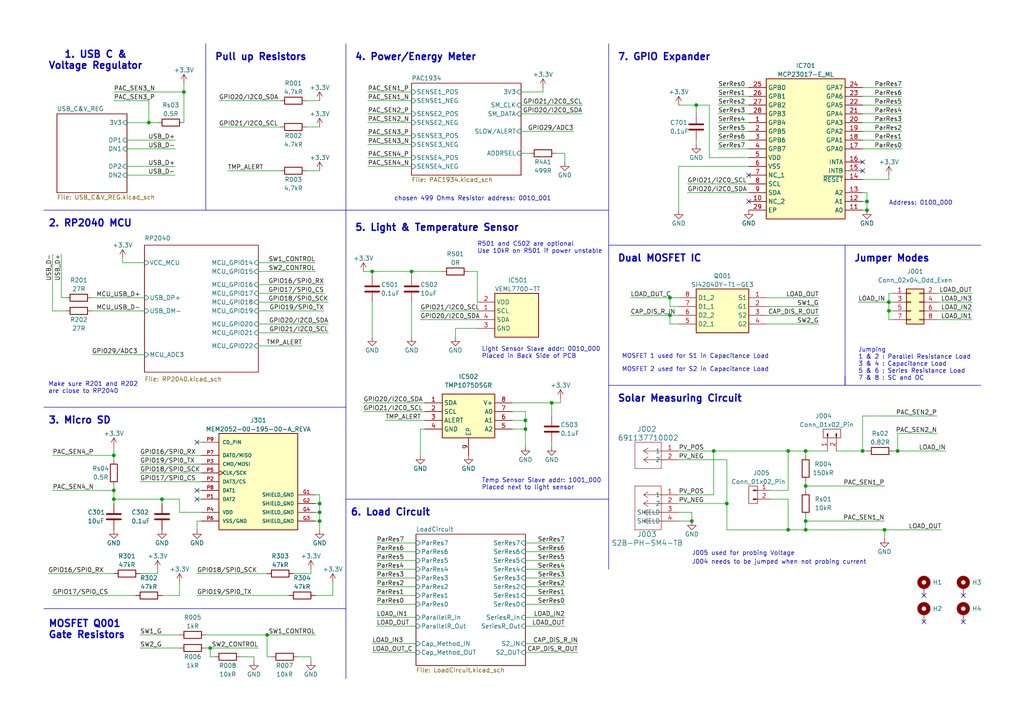
<source format=kicad_sch>
(kicad_sch (version 20230121) (generator eeschema)
  (paper "A4")
  (title_block (title "Solar Curve Tracer") (rev "v1.1") (company "Thesis") (comment 1 "Author: Jason F J") (comment 2 "Matrk No: 3100513"))
  (lib_symbols
    (symbol "691137710002:691137710002" (pin_names (offset 0.254))
      (property "Reference" "J" (at 8.89 6.35 0))
      (property "Value" "691137710002" (at 0 0 0))
      (symbol "691137710002_0_1"
        (pin unspecified line (at 0 0 0) (length 5.08) (name "1") (number "1"))
        (pin unspecified line (at 0 -2.54 0) (length 5.08) (name "2") (number "2"))
      )
    )
    (symbol "Connector:Conn_01x02_Pin" (pin_names (offset 1.016) hide)
      (property "Reference" "J5" (at 0.635 5.08 0))
      (property "Value" "Conn_01x02_Pin" (at 0.635 2.54 0))
      (symbol "Conn_01x02_Pin_1_1"
        (pin passive line (at 5.08 0 180) (length 3.81) (name "Pin_1") (number "1"))
        (pin passive line (at 5.08 -2.54 180) (length 3.81) (name "Pin_2") (number "2"))
      )
    )
    (symbol "Connector_Generic:Conn_02x04_Odd_Even" (pin_names (offset 1.016) hide)
      (property "Reference" "J" (at 1.27 5.08 0))
      (property "Value" "Conn_02x04_Odd_Even" (at 1.27 -7.62 0))
      (symbol "Conn_02x04_Odd_Even_1_1"
        (pin passive line (at -5.08 2.54 0) (length 3.81) (name "Pin_1") (number "1"))
        (pin passive line (at 7.62 2.54 180) (length 3.81) (name "Pin_2") (number "2"))
        (pin passive line (at -5.08 0 0) (length 3.81) (name "Pin_3") (number "3"))
        (pin passive line (at 7.62 0 180) (length 3.81) (name "Pin_4") (number "4"))
        (pin passive line (at -5.08 -2.54 0) (length 3.81) (name "Pin_5") (number "5"))
        (pin passive line (at 7.62 -2.54 180) (length 3.81) (name "Pin_6") (number "6"))
        (pin passive line (at -5.08 -5.08 0) (length 3.81) (name "Pin_7") (number "7"))
        (pin passive line (at 7.62 -5.08 180) (length 3.81) (name "Pin_8") (number "8"))
      )
    )
    (symbol "Device:C" (pin_numbers hide) (pin_names (offset 0.254))
      (property "Reference" "C" (at 0.635 2.54 0))
      (property "Value" "C" (at 0.635 -2.54 0))
      (symbol "C_1_1"
        (pin passive line (at 0 3.81 270) (length 2.794) (name "~") (number "1"))
        (pin passive line (at 0 -3.81 90) (length 2.794) (name "~") (number "2"))
      )
    )
    (symbol "Device:R" (pin_numbers hide) (pin_names (offset 0))
      (property "Reference" "R" (at 2.032 0 90))
      (property "Value" "R" (at 0 0 90))
      (symbol "R_1_1"
        (pin passive line (at 0 3.81 270) (length 1.27) (name "~") (number "1"))
        (pin passive line (at 0 -3.81 90) (length 1.27) (name "~") (number "2"))
      )
    )
    (symbol "MCP23017-E_ML:MCP23017-E_ML"
      (property "Reference" "IC1" (at 16.51 13.97 0))
      (property "Value" "MCP23017-E_ML" (at 16.51 11.43 0))
      (symbol "MCP23017-E_ML_1_1"
        (pin passive line (at 0 -2.54 0) (length 5.08) (name "GPB4") (number "1"))
        (pin passive line (at 0 -25.4 0) (length 5.08) (name "NC_2") (number "10"))
        (pin passive line (at 33.02 -27.94 180) (length 5.08) (name "A0") (number "11"))
        (pin passive line (at 33.02 -25.4 180) (length 5.08) (name "A1") (number "12"))
        (pin passive line (at 33.02 -22.86 180) (length 5.08) (name "A2") (number "13"))
        (pin passive line (at 33.02 -19.05 180) (length 5.08) (name "~{RESET}") (number "14"))
        (pin passive line (at 33.02 -16.51 180) (length 5.08) (name "INTB") (number "15"))
        (pin passive line (at 33.02 -13.97 180) (length 5.08) (name "INTA") (number "16"))
        (pin passive line (at 33.02 -10.16 180) (length 5.08) (name "GPA0") (number "17"))
        (pin passive line (at 33.02 -7.62 180) (length 5.08) (name "GPA1") (number "18"))
        (pin passive line (at 33.02 -5.08 180) (length 5.08) (name "GPA2") (number "19"))
        (pin passive line (at 0 -5.08 0) (length 5.08) (name "GPB5") (number "2"))
        (pin passive line (at 33.02 -2.54 180) (length 5.08) (name "GPA3") (number "20"))
        (pin passive line (at 33.02 0 180) (length 5.08) (name "GPA4") (number "21"))
        (pin passive line (at 33.02 2.54 180) (length 5.08) (name "GPA5") (number "22"))
        (pin passive line (at 33.02 5.08 180) (length 5.08) (name "GPA6") (number "23"))
        (pin passive line (at 33.02 7.62 180) (length 5.08) (name "GPA7") (number "24"))
        (pin passive line (at 0 7.62 0) (length 5.08) (name "GPB0") (number "25"))
        (pin passive line (at 0 5.08 0) (length 5.08) (name "GPB1") (number "26"))
        (pin passive line (at 0 2.54 0) (length 5.08) (name "GPB2") (number "27"))
        (pin passive line (at 0 0 0) (length 5.08) (name "GPB3") (number "28"))
        (pin passive line (at 0 -27.94 0) (length 5.08) (name "EP") (number "29"))
        (pin passive line (at 0 -7.62 0) (length 5.08) (name "GPB6") (number "3"))
        (pin passive line (at 0 -10.16 0) (length 5.08) (name "GPB7") (number "4"))
        (pin passive line (at 0 -12.7 0) (length 5.08) (name "VDD") (number "5"))
        (pin passive line (at 0 -15.24 0) (length 5.08) (name "VSS") (number "6"))
        (pin passive line (at 0 -17.78 0) (length 5.08) (name "NC_1") (number "7"))
        (pin passive line (at 0 -20.32 0) (length 5.08) (name "SCL") (number "8"))
        (pin passive line (at 0 -22.86 0) (length 5.08) (name "SDA") (number "9"))
      )
    )
    (symbol "MEM2052-00-195-00-A_REVA:MEM2052-00-195-00-A_REVA" (pin_names (offset 1.016))
      (property "Reference" "J6" (at 0 20.32 0))
      (property "Value" "MEM2052-00-195-00-A_REVA" (at 0 17.78 0))
      (symbol "MEM2052-00-195-00-A_REVA_0_0"
        (pin power_in line (at 16.51 -2.54 180) (length 5.08) (name "SHIELD_GND") (number "G1"))
        (pin power_in line (at 16.51 -5.08 180) (length 5.08) (name "SHIELD_GND") (number "G2"))
        (pin power_in line (at 16.51 -10.16 180) (length 5.08) (name "SHIELD_GND") (number "G3"))
        (pin power_in line (at 16.51 -7.62 180) (length 5.08) (name "SHIELD_GND") (number "G4"))
        (pin bidirectional line (at -16.51 -3.81 0) (length 5.08) (name "DAT2") (number "P1"))
        (pin power_in line (at -16.51 -7.62 0) (length 5.08) (name "VDD") (number "P4"))
        (pin bidirectional line (at -16.51 -1.27 0) (length 5.08) (name "DAT1") (number "P8"))
        (pin passive line (at -16.51 12.7 0) (length 5.08) (name "CD_PIN") (number "P9"))
      )
      (symbol "MEM2052-00-195-00-A_REVA_1_0"
        (pin bidirectional line (at -16.51 1.27 0) (length 5.08) (name "DAT3/CS") (number "P2"))
        (pin bidirectional line (at -16.51 6.35 0) (length 5.08) (name "CMD/MOSI") (number "P3"))
        (pin input clock (at -16.51 3.81 0) (length 5.08) (name "CLK/SCK") (number "P5"))
        (pin power_in line (at -16.51 -10.16 0) (length 5.08) (name "VSS/GND") (number "P6"))
        (pin bidirectional line (at -16.51 8.89 0) (length 5.08) (name "DAT0/MISO") (number "P7"))
      )
    )
    (symbol "Mechanical:MountingHole_Pad" (pin_numbers hide) (pin_names (offset 1.016) hide)
      (property "Reference" "H" (at 0 6.35 0))
      (property "Value" "MountingHole_Pad" (at 0 4.445 0))
      (symbol "MountingHole_Pad_1_1"
        (pin input line (at 0 -2.54 90) (length 2.54) (name "1") (number "1"))
      )
    )
    (symbol "S2B_PH_SM4_TB:S2B-PH-SM4-TB" (pin_names (offset 0.254))
      (property "Reference" "J" (at 8.89 6.35 0))
      (property "Value" "S2B-PH-SM4-TB" (at 0 0 0))
      (symbol "S2B-PH-SM4-TB_1_1"
        (pin unspecified line (at 0 0 0) (length 5.08) (name "1") (number "1"))
        (pin unspecified line (at 0 -2.54 0) (length 5.08) (name "2") (number "2"))
        (pin unspecified line (at 0 -5.08 0) (length 5.08) (name "SHIELD") (number "3"))
        (pin unspecified line (at 0 -7.62 0) (length 5.08) (name "SHIELD") (number "4"))
      )
      (symbol "S2B-PH-SM4-TB_1_2"
        (pin unspecified line (at 0 0 0) (length 5.08) (name "1") (number "1"))
        (pin unspecified line (at 0 -2.54 0) (length 5.08) (name "2") (number "2"))
        (pin unspecified line (at 0 -5.08 0) (length 5.08) (name "SHIELD") (number "3"))
        (pin unspecified line (at 0 -7.62 0) (length 5.08) (name "SHIELD") (number "4"))
      )
    )
    (symbol "SI4204DY-T1-GE3:SI4204DY-T1-GE3"
      (property "Reference" "Q" (at 21.59 7.62 0))
      (property "Value" "SI4204DY-T1-GE3" (at 21.59 5.08 0))
      (symbol "SI4204DY-T1-GE3_1_1"
        (pin passive line (at 0 0 0) (length 5.08) (name "S1") (number "1"))
        (pin passive line (at 0 -2.54 0) (length 5.08) (name "G1") (number "2"))
        (pin passive line (at 0 -5.08 0) (length 5.08) (name "S2") (number "3"))
        (pin passive line (at 0 -7.62 0) (length 5.08) (name "G2") (number "4"))
        (pin passive line (at 25.4 -7.62 180) (length 5.08) (name "D2_1") (number "5"))
        (pin passive line (at 25.4 -5.08 180) (length 5.08) (name "D2_2") (number "6"))
        (pin passive line (at 25.4 -2.54 180) (length 5.08) (name "D1_1") (number "7"))
        (pin passive line (at 25.4 0 180) (length 5.08) (name "D1_2") (number "8"))
      )
    )
    (symbol "TMP1075DSGR:TMP1075DSGR"
      (property "Reference" "IC2" (at 12.7 6.35 0))
      (property "Value" "TMP1075DSGR" (at 12.7 3.81 0))
      (symbol "TMP1075DSGR_1_1"
        (pin passive line (at 0 0 0) (length 5.08) (name "SDA") (number "1"))
        (pin passive line (at 0 -2.54 0) (length 5.08) (name "SCL") (number "2"))
        (pin passive line (at 0 -5.08 0) (length 5.08) (name "ALERT") (number "3"))
        (pin passive line (at 0 -7.62 0) (length 5.08) (name "GND") (number "4"))
        (pin passive line (at 25.4 -7.62 180) (length 5.08) (name "A2") (number "5"))
        (pin passive line (at 25.4 -5.08 180) (length 5.08) (name "A1") (number "6"))
        (pin passive line (at 25.4 -2.54 180) (length 5.08) (name "A0") (number "7"))
        (pin passive line (at 25.4 0 180) (length 5.08) (name "V+") (number "8"))
        (pin passive line (at 12.7 -15.24 90) (length 5.08) (name "EP") (number "9"))
      )
    )
    (symbol "VEML7700-TT:VEML7700-TT"
      (property "Reference" "IC3" (at 19.05 -2.54 0))
      (property "Value" "VEML7700-TT" (at 19.05 -5.08 0))
      (symbol "VEML7700-TT_1_1"
        (pin passive line (at 0 -2.54 0) (length 5.08) (name "SCL") (number "1"))
        (pin passive line (at 0 0 0) (length 5.08) (name "VDD") (number "2"))
        (pin passive line (at 0 -7.62 0) (length 5.08) (name "GND") (number "3"))
        (pin passive line (at 0 -5.08 0) (length 5.08) (name "SDA") (number "4"))
      )
    )
    (symbol "power:+3.3V" (power) (pin_names (offset 0))
      (property "Value" "+3.3V" (at 0 3.556 0))
      (symbol "+3.3V_1_1"
        (pin power_in line (at 0 0 90) (length 0) hide (name "+3.3V") (number "1"))
      )
    )
    (symbol "power:GND" (power) (pin_names (offset 0))
      (property "Value" "GND" (at 0 -3.81 0))
      (symbol "GND_1_1"
        (pin power_in line (at 0 0 270) (length 0) hide (name "GND") (number "1"))
      )
    )
  )
  (junction (at 207.01 130.81))
  (junction (at 160.02 116.84))
  (junction (at 33.02 132.08))
  (junction (at 257.81 90.17))
  (junction (at 233.68 140.97))
  (junction (at 228.6 130.81))
  (junction (at 194.31 86.36))
  (junction (at 257.81 87.63))
  (junction (at 200.66 151.13))
  (junction (at 233.68 130.81))
  (junction (at 210.82 146.05))
  (junction (at 46.99 144.78))
  (junction (at 92.71 146.05))
  (junction (at 43.18 35.56))
  (junction (at 233.68 153.67))
  (junction (at 152.4 124.46))
  (junction (at 92.71 151.13))
  (junction (at 233.68 151.13))
  (junction (at 251.46 60.96))
  (junction (at 107.95 78.74))
  (junction (at 228.6 153.67))
  (junction (at 250.19 130.81))
  (junction (at 92.71 148.59))
  (junction (at 60.96 187.96))
  (junction (at 194.31 91.44))
  (junction (at 152.4 121.92))
  (junction (at 53.34 26.67))
  (junction (at 251.46 58.42))
  (junction (at 77.47 184.15))
  (junction (at 256.54 153.67))
  (junction (at 119.38 78.74))
  (junction (at 260.35 130.81))
  (junction (at 33.02 142.24))
  (junction (at 33.02 144.78))
  (junction (at 201.93 30.48))
  (no_connect (at 250.19 49.53))
  (no_connect (at 279.4 180.34))
  (no_connect (at 267.97 172.72))
  (no_connect (at 57.15 128.27))
  (no_connect (at 267.97 180.34))
  (no_connect (at 57.15 142.24))
  (no_connect (at 279.4 172.72))
  (no_connect (at 217.17 58.42))
  (no_connect (at 250.19 46.99))
  (no_connect (at 217.17 50.8))
  (no_connect (at 57.15 144.78))
  (wire (pts (xy 201.93 33.02) (xy 201.93 30.48)))
  (wire (pts (xy 242.57 130.81) (xy 250.19 130.81)))
  (wire (pts (xy 257.81 90.17) (xy 257.81 87.63)))
  (wire (pts (xy 105.41 116.84) (xy 123.19 116.84)))
  (wire (pts (xy 60.96 187.96) (xy 60.96 190.5)))
  (wire (pts (xy 233.68 140.97) (xy 233.68 142.24)))
  (wire (pts (xy 105.41 119.38) (xy 123.19 119.38)))
  (wire (pts (xy 74.93 87.63) (xy 95.25 87.63)))
  (wire (pts (xy 208.28 35.56) (xy 217.17 35.56)))
  (wire (pts (xy 196.85 143.51) (xy 207.01 143.51)))
  (wire (pts (xy 217.17 45.72) (xy 205.74 45.72)))
  (wire (pts (xy 208.28 38.1) (xy 217.17 38.1)))
  (wire (pts (xy 74.93 85.09) (xy 93.98 85.09)))
  (wire (pts (xy 74.93 100.33) (xy 87.63 100.33)))
  (wire (pts (xy 109.22 157.48) (xy 120.65 157.48)))
  (wire (pts (xy 152.4 119.38) (xy 152.4 121.92)))
  (wire (pts (xy 259.08 130.81) (xy 260.35 130.81)))
  (wire (pts (xy 109.22 181.61) (xy 120.65 181.61)))
  (wire (pts (xy 107.95 78.74) (xy 119.38 78.74)))
  (wire (pts (xy 109.22 167.64) (xy 120.65 167.64)))
  (wire (pts (xy 160.02 116.84) (xy 162.56 116.84)))
  (wire (pts (xy 210.82 153.67) (xy 228.6 153.67)))
  (wire (pts (xy 106.68 41.91) (xy 119.38 41.91)))
  (wire (pts (xy 46.99 172.72) (xy 52.07 172.72)))
  (polyline (pts (xy 100.33 144.78) (xy 176.53 144.78)))
  (wire (pts (xy 148.59 119.38) (xy 152.4 119.38)))
  (wire (pts (xy 74.93 90.17) (xy 93.98 90.17)))
  (wire (pts (xy 52.07 172.72) (xy 52.07 168.91)))
  (wire (pts (xy 121.92 124.46) (xy 121.92 132.08)))
  (wire (pts (xy 63.5 29.21) (xy 81.28 29.21)))
  (wire (pts (xy 119.38 87.63) (xy 119.38 97.79)))
  (wire (pts (xy 261.62 30.48) (xy 250.19 30.48)))
  (wire (pts (xy 40.64 187.96) (xy 52.07 187.96)))
  (wire (pts (xy 15.24 73.66) (xy 15.24 90.17)))
  (wire (pts (xy 109.22 160.02) (xy 120.65 160.02)))
  (wire (pts (xy 208.28 27.94) (xy 217.17 27.94)))
  (wire (pts (xy 160.02 128.27) (xy 160.02 129.54)))
  (wire (pts (xy 58.42 148.59) (xy 52.07 148.59)))
  (wire (pts (xy 148.59 121.92) (xy 152.4 121.92)))
  (wire (pts (xy 77.47 184.15) (xy 77.47 190.5)))
  (wire (pts (xy 33.02 166.37) (xy 13.97 166.37)))
  (wire (pts (xy 33.02 29.21) (xy 43.18 29.21)))
  (wire (pts (xy 41.91 76.2) (xy 35.56 76.2)))
  (wire (pts (xy 250.19 52.07) (xy 257.81 52.07)))
  (wire (pts (xy 208.28 43.18) (xy 217.17 43.18)))
  (wire (pts (xy 250.19 60.96) (xy 251.46 60.96)))
  (polyline (pts (xy 12.7 176.53) (xy 100.33 176.53)))
  (wire (pts (xy 109.22 172.72) (xy 120.65 172.72)))
  (wire (pts (xy 57.15 172.72) (xy 83.82 172.72)))
  (wire (pts (xy 233.68 149.86) (xy 233.68 151.13)))
  (wire (pts (xy 259.08 85.09) (xy 257.81 85.09)))
  (wire (pts (xy 248.92 87.63) (xy 257.81 87.63)))
  (wire (pts (xy 256.54 151.13) (xy 233.68 151.13)))
  (wire (pts (xy 261.62 38.1) (xy 250.19 38.1)))
  (wire (pts (xy 223.52 142.24) (xy 228.6 142.24)))
  (wire (pts (xy 33.02 142.24) (xy 33.02 144.78)))
  (wire (pts (xy 271.78 90.17) (xy 281.94 90.17)))
  (wire (pts (xy 259.08 90.17) (xy 257.81 90.17)))
  (wire (pts (xy 200.66 151.13) (xy 200.66 148.59)))
  (wire (pts (xy 106.68 45.72) (xy 119.38 45.72)))
  (wire (pts (xy 36.83 35.56) (xy 43.18 35.56)))
  (wire (pts (xy 222.25 91.44) (xy 237.49 91.44)))
  (wire (pts (xy 53.34 26.67) (xy 53.34 24.13)))
  (wire (pts (xy 196.85 146.05) (xy 210.82 146.05)))
  (wire (pts (xy 194.31 91.44) (xy 196.85 91.44)))
  (wire (pts (xy 43.18 35.56) (xy 45.72 35.56)))
  (wire (pts (xy 256.54 140.97) (xy 233.68 140.97)))
  (wire (pts (xy 148.59 116.84) (xy 160.02 116.84)))
  (wire (pts (xy 33.02 129.54) (xy 33.02 132.08)))
  (wire (pts (xy 109.22 179.07) (xy 120.65 179.07)))
  (wire (pts (xy 17.78 73.66) (xy 17.78 86.36)))
  (wire (pts (xy 256.54 153.67) (xy 256.54 156.21)))
  (wire (pts (xy 152.4 181.61) (xy 163.83 181.61)))
  (wire (pts (xy 228.6 153.67) (xy 233.68 153.67)))
  (wire (pts (xy 250.19 120.65) (xy 250.19 130.81)))
  (wire (pts (xy 281.94 87.63) (xy 271.78 87.63)))
  (wire (pts (xy 77.47 184.15) (xy 91.44 184.15)))
  (wire (pts (xy 222.25 93.98) (xy 237.49 93.98)))
  (wire (pts (xy 233.68 153.67) (xy 256.54 153.67)))
  (wire (pts (xy 223.52 144.78) (xy 228.6 144.78)))
  (wire (pts (xy 196.85 48.26) (xy 196.85 60.96)))
  (wire (pts (xy 163.83 167.64) (xy 152.4 167.64)))
  (wire (pts (xy 109.22 162.56) (xy 120.65 162.56)))
  (wire (pts (xy 40.64 184.15) (xy 52.07 184.15)))
  (wire (pts (xy 163.83 162.56) (xy 152.4 162.56)))
  (wire (pts (xy 207.01 130.81) (xy 228.6 130.81)))
  (wire (pts (xy 106.68 35.56) (xy 119.38 35.56)))
  (wire (pts (xy 257.81 85.09) (xy 257.81 87.63)))
  (wire (pts (xy 233.68 130.81) (xy 233.68 132.08)))
  (wire (pts (xy 182.88 86.36) (xy 194.31 86.36)))
  (wire (pts (xy 194.31 93.98) (xy 194.31 91.44)))
  (wire (pts (xy 91.44 148.59) (xy 92.71 148.59)))
  (wire (pts (xy 91.44 151.13) (xy 92.71 151.13)))
  (wire (pts (xy 77.47 166.37) (xy 57.15 166.37)))
  (wire (pts (xy 109.22 165.1) (xy 120.65 165.1)))
  (wire (pts (xy 261.62 40.64) (xy 250.19 40.64)))
  (wire (pts (xy 107.95 87.63) (xy 107.95 97.79)))
  (wire (pts (xy 157.48 25.4) (xy 157.48 26.67)))
  (wire (pts (xy 233.68 151.13) (xy 233.68 153.67)))
  (wire (pts (xy 261.62 25.4) (xy 250.19 25.4)))
  (wire (pts (xy 36.83 50.8) (xy 50.8 50.8)))
  (wire (pts (xy 196.85 130.81) (xy 207.01 130.81)))
  (wire (pts (xy 205.74 30.48) (xy 201.93 30.48)))
  (wire (pts (xy 53.34 35.56) (xy 53.34 26.67)))
  (wire (pts (xy 208.28 33.02) (xy 217.17 33.02)))
  (wire (pts (xy 208.28 40.64) (xy 217.17 40.64)))
  (wire (pts (xy 40.64 139.7) (xy 58.42 139.7)))
  (wire (pts (xy 36.83 43.18) (xy 50.8 43.18)))
  (wire (pts (xy 33.02 146.05) (xy 33.02 144.78)))
  (wire (pts (xy 106.68 33.02) (xy 119.38 33.02)))
  (polyline (pts (xy 176.53 111.76) (xy 284.48 111.76)))
  (wire (pts (xy 138.43 78.74) (xy 138.43 87.63)))
  (wire (pts (xy 194.31 88.9) (xy 194.31 86.36)))
  (wire (pts (xy 207.01 130.81) (xy 207.01 143.51)))
  (wire (pts (xy 15.24 142.24) (xy 33.02 142.24)))
  (wire (pts (xy 52.07 148.59) (xy 52.07 144.78)))
  (wire (pts (xy 106.68 26.67) (xy 119.38 26.67)))
  (wire (pts (xy 92.71 143.51) (xy 92.71 146.05)))
  (wire (pts (xy 57.15 144.78) (xy 58.42 144.78)))
  (wire (pts (xy 111.76 121.92) (xy 123.19 121.92)))
  (wire (pts (xy 163.83 170.18) (xy 152.4 170.18)))
  (wire (pts (xy 210.82 133.35) (xy 210.82 146.05)))
  (wire (pts (xy 85.09 166.37) (xy 90.17 166.37)))
  (wire (pts (xy 163.83 157.48) (xy 152.4 157.48)))
  (wire (pts (xy 182.88 91.44) (xy 194.31 91.44)))
  (wire (pts (xy 40.64 137.16) (xy 58.42 137.16)))
  (wire (pts (xy 217.17 48.26) (xy 196.85 48.26)))
  (wire (pts (xy 222.25 86.36) (xy 237.49 86.36)))
  (wire (pts (xy 163.83 165.1) (xy 152.4 165.1)))
  (wire (pts (xy 222.25 88.9) (xy 237.49 88.9)))
  (wire (pts (xy 233.68 130.81) (xy 240.03 130.81)))
  (wire (pts (xy 33.02 132.08) (xy 33.02 133.35)))
  (wire (pts (xy 210.82 146.05) (xy 210.82 153.67)))
  (wire (pts (xy 161.29 44.45) (xy 163.83 44.45)))
  (wire (pts (xy 33.02 144.78) (xy 46.99 144.78)))
  (wire (pts (xy 201.93 40.64) (xy 201.93 41.91)))
  (wire (pts (xy 196.85 88.9) (xy 194.31 88.9)))
  (wire (pts (xy 151.13 44.45) (xy 153.67 44.45)))
  (wire (pts (xy 17.78 86.36) (xy 19.05 86.36)))
  (wire (pts (xy 109.22 170.18) (xy 120.65 170.18)))
  (wire (pts (xy 57.15 153.67) (xy 57.15 151.13)))
  (wire (pts (xy 46.99 146.05) (xy 46.99 144.78)))
  (wire (pts (xy 40.64 166.37) (xy 45.72 166.37)))
  (wire (pts (xy 151.13 38.1) (xy 166.37 38.1)))
  (wire (pts (xy 26.67 86.36) (xy 41.91 86.36)))
  (wire (pts (xy 132.08 95.25) (xy 132.08 97.79)))
  (wire (pts (xy 91.44 146.05) (xy 92.71 146.05)))
  (polyline (pts (xy 176.53 12.7) (xy 176.53 165.1)))
  (wire (pts (xy 60.96 190.5) (xy 62.23 190.5)))
  (wire (pts (xy 91.44 172.72) (xy 96.52 172.72)))
  (wire (pts (xy 160.02 116.84) (xy 160.02 120.65)))
  (wire (pts (xy 151.13 33.02) (xy 168.91 33.02)))
  (wire (pts (xy 260.35 125.73) (xy 271.78 125.73)))
  (wire (pts (xy 199.39 53.34) (xy 217.17 53.34)))
  (wire (pts (xy 15.24 132.08) (xy 33.02 132.08)))
  (wire (pts (xy 208.28 30.48) (xy 217.17 30.48)))
  (wire (pts (xy 15.24 90.17) (xy 19.05 90.17)))
  (wire (pts (xy 121.92 90.17) (xy 138.43 90.17)))
  (wire (pts (xy 86.36 190.5) (xy 90.17 190.5)))
  (wire (pts (xy 274.32 130.81) (xy 260.35 130.81)))
  (wire (pts (xy 107.95 186.69) (xy 120.65 186.69)))
  (wire (pts (xy 167.64 186.69) (xy 152.4 186.69)))
  (wire (pts (xy 119.38 78.74) (xy 119.38 80.01)))
  (wire (pts (xy 74.93 76.2) (xy 91.44 76.2)))
  (wire (pts (xy 119.38 78.74) (xy 128.27 78.74)))
  (wire (pts (xy 45.72 166.37) (xy 45.72 165.1)))
  (wire (pts (xy 106.68 39.37) (xy 119.38 39.37)))
  (wire (pts (xy 74.93 78.74) (xy 91.44 78.74)))
  (wire (pts (xy 200.66 148.59) (xy 196.85 148.59)))
  (wire (pts (xy 33.02 26.67) (xy 53.34 26.67)))
  (wire (pts (xy 105.41 78.74) (xy 107.95 78.74)))
  (wire (pts (xy 163.83 172.72) (xy 152.4 172.72)))
  (wire (pts (xy 43.18 29.21) (xy 43.18 35.56)))
  (wire (pts (xy 138.43 95.25) (xy 132.08 95.25)))
  (wire (pts (xy 250.19 55.88) (xy 251.46 55.88)))
  (wire (pts (xy 271.78 85.09) (xy 281.94 85.09)))
  (wire (pts (xy 123.19 124.46) (xy 121.92 124.46)))
  (wire (pts (xy 74.93 93.98) (xy 95.25 93.98)))
  (wire (pts (xy 208.28 25.4) (xy 217.17 25.4)))
  (wire (pts (xy 69.85 190.5) (xy 73.66 190.5)))
  (wire (pts (xy 163.83 44.45) (xy 163.83 46.99)))
  (wire (pts (xy 228.6 130.81) (xy 233.68 130.81)))
  (wire (pts (xy 96.52 172.72) (xy 96.52 168.91)))
  (wire (pts (xy 194.31 86.36) (xy 196.85 86.36)))
  (wire (pts (xy 261.62 27.94) (xy 250.19 27.94)))
  (wire (pts (xy 151.13 26.67) (xy 157.48 26.67)))
  (wire (pts (xy 106.68 48.26) (xy 119.38 48.26)))
  (wire (pts (xy 228.6 144.78) (xy 228.6 153.67)))
  (wire (pts (xy 39.37 172.72) (xy 15.24 172.72)))
  (wire (pts (xy 106.68 29.21) (xy 119.38 29.21)))
  (wire (pts (xy 88.9 36.83) (xy 92.71 36.83)))
  (wire (pts (xy 259.08 92.71) (xy 257.81 92.71)))
  (wire (pts (xy 163.83 175.26) (xy 152.4 175.26)))
  (polyline (pts (xy 100.33 60.96) (xy 176.53 60.96)))
  (wire (pts (xy 162.56 116.84) (xy 162.56 115.57)))
  (wire (pts (xy 40.64 134.62) (xy 58.42 134.62)))
  (wire (pts (xy 163.83 160.02) (xy 152.4 160.02)))
  (wire (pts (xy 52.07 144.78) (xy 46.99 144.78)))
  (wire (pts (xy 196.85 30.48) (xy 201.93 30.48)))
  (wire (pts (xy 74.93 96.52) (xy 95.25 96.52)))
  (wire (pts (xy 90.17 190.5) (xy 90.17 191.77)))
  (wire (pts (xy 257.81 52.07) (xy 257.81 50.8)))
  (wire (pts (xy 152.4 121.92) (xy 152.4 124.46)))
  (wire (pts (xy 233.68 139.7) (xy 233.68 140.97)))
  (wire (pts (xy 90.17 166.37) (xy 90.17 165.1)))
  (wire (pts (xy 196.85 151.13) (xy 200.66 151.13)))
  (wire (pts (xy 196.85 133.35) (xy 210.82 133.35)))
  (wire (pts (xy 109.22 175.26) (xy 120.65 175.26)))
  (wire (pts (xy 251.46 55.88) (xy 251.46 58.42)))
  (wire (pts (xy 41.91 102.87) (xy 26.67 102.87)))
  (wire (pts (xy 261.62 43.18) (xy 250.19 43.18)))
  (wire (pts (xy 36.83 40.64) (xy 50.8 40.64)))
  (wire (pts (xy 33.02 140.97) (xy 33.02 142.24)))
  (wire (pts (xy 91.44 143.51) (xy 92.71 143.51)))
  (wire (pts (xy 59.69 187.96) (xy 60.96 187.96)))
  (wire (pts (xy 151.13 30.48) (xy 168.91 30.48)))
  (polyline (pts (xy 245.11 71.12) (xy 245.11 111.76)))
  (wire (pts (xy 88.9 29.21) (xy 92.71 29.21)))
  (wire (pts (xy 271.78 120.65) (xy 250.19 120.65)))
  (wire (pts (xy 250.19 58.42) (xy 251.46 58.42)))
  (wire (pts (xy 92.71 153.67) (xy 92.71 151.13)))
  (wire (pts (xy 199.39 55.88) (xy 217.17 55.88)))
  (wire (pts (xy 228.6 142.24) (xy 228.6 130.81)))
  (wire (pts (xy 148.59 124.46) (xy 152.4 124.46)))
  (wire (pts (xy 107.95 189.23) (xy 120.65 189.23)))
  (polyline (pts (xy 59.69 12.7) (xy 59.69 60.96)))
  (wire (pts (xy 257.81 87.63) (xy 259.08 87.63)))
  (wire (pts (xy 152.4 124.46) (xy 152.4 129.54)))
  (wire (pts (xy 88.9 49.53) (xy 92.71 49.53)))
  (wire (pts (xy 121.92 92.71) (xy 138.43 92.71)))
  (wire (pts (xy 60.96 187.96) (xy 74.93 187.96)))
  (polyline (pts (xy 12.7 118.11) (xy 100.33 118.11)))
  (wire (pts (xy 260.35 125.73) (xy 260.35 130.81)))
  (polyline (pts (xy 176.53 71.12) (xy 284.48 71.12)))
  (wire (pts (xy 63.5 36.83) (xy 81.28 36.83)))
  (polyline (pts (xy 12.7 60.96) (xy 100.33 60.96)))
  (wire (pts (xy 196.85 93.98) (xy 194.31 93.98)))
  (wire (pts (xy 36.83 48.26) (xy 50.8 48.26)))
  (polyline (pts (xy 245.11 109.22) (xy 245.11 111.76)))
  (wire (pts (xy 256.54 153.67) (xy 273.05 153.67)))
  (wire (pts (xy 205.74 30.48) (xy 205.74 45.72)))
  (wire (pts (xy 26.67 90.17) (xy 41.91 90.17)))
  (wire (pts (xy 57.15 151.13) (xy 58.42 151.13)))
  (wire (pts (xy 74.93 82.55) (xy 93.98 82.55)))
  (wire (pts (xy 251.46 58.42) (xy 251.46 60.96)))
  (wire (pts (xy 66.04 49.53) (xy 81.28 49.53)))
  (wire (pts (xy 57.15 128.27) (xy 58.42 128.27)))
  (wire (pts (xy 40.64 132.08) (xy 58.42 132.08)))
  (wire (pts (xy 261.62 35.56) (xy 250.19 35.56)))
  (wire (pts (xy 73.66 190.5) (xy 73.66 191.77)))
  (polyline (pts (xy 100.33 12.7) (xy 100.33 196.85)))
  (wire (pts (xy 152.4 179.07) (xy 163.83 179.07)))
  (wire (pts (xy 138.43 78.74) (xy 135.89 78.74)))
  (wire (pts (xy 92.71 146.05) (xy 92.71 148.59)))
  (wire (pts (xy 257.81 92.71) (xy 257.81 90.17)))
  (wire (pts (xy 250.19 130.81) (xy 251.46 130.81)))
  (wire (pts (xy 59.69 184.15) (xy 77.47 184.15)))
  (wire (pts (xy 152.4 189.23) (xy 167.64 189.23)))
  (wire (pts (xy 77.47 190.5) (xy 78.74 190.5)))
  (wire (pts (xy 107.95 78.74) (xy 107.95 80.01)))
  (wire (pts (xy 57.15 142.24) (xy 58.42 142.24)))
  (wire (pts (xy 92.71 148.59) (xy 92.71 151.13)))
  (wire (pts (xy 35.56 74.93) (xy 35.56 76.2)))
  (wire (pts (xy 261.62 33.02) (xy 250.19 33.02)))
  (wire (pts (xy 271.78 92.71) (xy 281.94 92.71)))
  (text "Jumper Modes" (at 247.65 76.2 0) (effects (font (size 2 2) (thickness 0.4) bold) (justify left bottom)))
  (text "7. GPIO Expander" (at 179.07 17.78 0) (effects (font (size 2 2) (thickness 0.4) bold) (justify left bottom)))
  (text "5. Light & Temperature Sensor" (at 102.87 67.31 0) (effects (font (size 2 2) (thickness 0.4) bold) (justify left bottom)))
  (text "3. Micro SD" (at 13.97 123.19 0) (effects (font (size 2 2) (thickness 0.4) bold) (justify left bottom)))
  (text "Solar Measuring Circuit" (at 179.07 116.84 0) (effects (font (size 2 2) (thickness 0.4) bold) (justify left bottom)))
  (text "MOSFET 2 used for S2 in Capacitance Load" (at 180.34 107.95 0) (effects (font (size 1.27 1.27)) (justify left bottom)))
  (text "Dual MOSFET IC" (at 179.07 76.2 0) (effects (font (size 2 2) (thickness 0.4) bold) (justify left bottom)))
  (text "Temp Sensor Slave addr: 1001_000\nPlaced next to light sensor" (at 139.7 142.24 0) (effects (font (size 1.27 1.27)) (justify left bottom)))
  (text "J005 used for probing Voltage" (at 200.66 161.29 0) (effects (font (size 1.27 1.27)) (justify left bottom)))
  (text "Make sure R201 and R202 \nare close to RP2040" (at 13.97 114.3 0) (effects (font (size 1.27 1.27)) (justify left bottom)))
  (text "Pull up Resistors" (at 62.23 17.78 0) (effects (font (size 2 2) (thickness 0.4) bold) (justify left bottom)))
  (text "6. Load Circuit" (at 101.6 149.86 0) (effects (font (size 2 2) (thickness 0.4) bold) (justify left bottom)))
  (text "R501 and C502 are optional\nUse 10kR on R501 if power unstable" (at 138.43 73.66 0) (effects (font (size 1.27 1.27)) (justify left bottom)))
  (text "   1. USB C & \nVoltage Regulator" (at 13.97 20.32 0) (effects (font (size 2 2) (thickness 0.4) bold) (justify left bottom)))
  (text "MOSFET Q001 \nGate Resistors" (at 13.97 185.42 0) (effects (font (size 2 2) (thickness 0.4) bold) (justify left bottom)))
  (text "2. RP2040 MCU" (at 13.97 66.04 0) (effects (font (size 2 2) (thickness 0.4) bold) (justify left bottom)))
  (text "Light Sensor Slave addr: 0010_000\nPlaced in Back Side of PCB" (at 139.7 104.14 0) (effects (font (size 1.27 1.27)) (justify left bottom)))
  (text "MOSFET 1 used for S1 in Capacitance Load " (at 180.34 104.14 0) (effects (font (size 1.27 1.27)) (justify left bottom)))
  (text "chosen 499 Ohms Resistor address: 0010_001" (at 114.3 58.42 0) (effects (font (size 1.27 1.27)) (justify left bottom)))
  (text "J004 needs to be jumped when not probing current" (at 200.66 163.83 0) (effects (font (size 1.27 1.27)) (justify left bottom)))
  (text "Address: 0100_000" (at 257.81 59.69 0) (effects (font (size 1.27 1.27)) (justify left bottom)))
  (text "4. Power/Energy Meter" (at 102.87 17.78 0) (effects (font (size 2 2) (thickness 0.4) bold) (justify left bottom)))
  (text "Jumping\n1 & 2 : Parallel Resistance Load\n3 & 4 : Capacitance Load\n5 & 6 : Series Resistance Load\n7 & 8 : SC and OC" (at 248.92 110.49 0) (effects (font (size 1.27 1.27)) (justify left bottom)))
  (label "TMP_ALERT" (at 66.04 49.53 0))
  (label "ParRes6" (at 261.62 27.94 180))
  (label "SerRes0" (at 163.83 175.26 180))
  (label "SerRes5" (at 208.28 38.1 0))
  (label "PAC_SEN3_P" (at 106.68 39.37 0))
  (label "LOAD_IN2" (at 281.94 90.17 180))
  (label "GPIO21{slash}I2C0_SCL" (at 63.5 36.83 0))
  (label "GPIO21{slash}I2C0_SCL" (at 105.41 119.38 0))
  (label "GPIO20{slash}I2C0_SDA" (at 63.5 29.21 0))
  (label "LOAD_OUT" (at 273.05 153.67 180))
  (label "ParRes5" (at 261.62 30.48 180))
  (label "LOAD_OUT_C" (at 107.95 189.23 0))
  (label "GPIO20{slash}I2C0_SDA" (at 199.39 55.88 0))
  (label "LOAD_IN1" (at 109.22 179.07 0))
  (label "SerRes2" (at 208.28 30.48 0))
  (label "SerRes7" (at 208.28 43.18 0))
  (label "SerRes7" (at 163.83 157.48 180))
  (label "ParRes6" (at 109.22 160.02 0))
  (label "PAC_SEN2_P" (at 106.68 33.02 0))
  (label "USB_D+" (at 50.8 40.64 180))
  (label "PAC_SEN1_N" (at 106.68 29.21 0))
  (label "SW2_CONTROL" (at 91.44 78.74 180))
  (label "USB_D-" (at 50.8 50.8 180))
  (label "PV_NEG" (at 196.85 133.35 0))
  (label "PV_POS" (at 196.85 143.51 0))
  (label "GPIO20{slash}I2C0_SDA" (at 95.25 93.98 180))
  (label "TMP_ALERT" (at 87.63 100.33 180))
  (label "PAC_SEN4_N" (at 106.68 48.26 0))
  (label "USB_D-" (at 15.24 73.66 270))
  (label "ParRes3" (at 109.22 167.64 0))
  (label "PAC_SEN3_N" (at 106.68 41.91 0))
  (label "GPIO20{slash}I2C0_SDA" (at 105.41 116.84 0))
  (label "ParRes1" (at 261.62 40.64 180))
  (label "PAC_SEN2_N" (at 271.78 125.73 180))
  (label "GPIO19{slash}SPI0_TX" (at 93.98 90.17 180))
  (label "SerRes1" (at 208.28 27.94 0))
  (label "PAC_SEN4_P" (at 15.24 132.08 0))
  (label "GPIO21{slash}I2C0_SCL" (at 95.25 96.52 180))
  (label "SerRes4" (at 208.28 35.56 0))
  (label "GPIO18{slash}SPI0_SCK" (at 40.64 137.16 0))
  (label "PAC_SEN1_P" (at 256.54 140.97 180))
  (label "PAC_SEN2_P" (at 271.78 120.65 180))
  (label "GPIO21{slash}I2C0_SCL" (at 168.91 30.48 180))
  (label "LOAD_IN" (at 248.92 87.63 0))
  (label "GPIO21{slash}I2C0_SCL" (at 199.39 53.34 0))
  (label "USB_D+" (at 17.78 73.66 270))
  (label "SerRes3" (at 163.83 167.64 180))
  (label "GPIO19{slash}SPI0_TX" (at 40.64 134.62 0))
  (label "GPIO20{slash}I2C0_SDA" (at 168.91 33.02 180))
  (label "LOAD_OUT" (at 281.94 85.09 180))
  (label "LOAD_IN" (at 274.32 130.81 180))
  (label "ParRes3" (at 261.62 35.56 180))
  (label "CAP_DIS_R_IN" (at 182.88 91.44 0))
  (label "GPIO18{slash}SPI0_SCK" (at 95.25 87.63 180))
  (label "ParRes2" (at 109.22 170.18 0))
  (label "PAC_SEN3_P" (at 33.02 29.21 0))
  (label "LOAD_IN2" (at 163.83 179.07 180))
  (label "SerRes5" (at 163.83 162.56 180))
  (label "SerRes3" (at 208.28 33.02 0))
  (label "MCU_USB_D+" (at 27.94 86.36 0))
  (label "PAC_SEN4_N" (at 15.24 142.24 0))
  (label "PAC_SEN2_N" (at 106.68 35.56 0))
  (label "PAC_SEN4_P" (at 106.68 45.72 0))
  (label "ParRes1" (at 109.22 172.72 0))
  (label "SW1_CONTROL" (at 91.44 184.15 180))
  (label "SerRes1" (at 163.83 172.72 180))
  (label "SerRes4" (at 163.83 165.1 180))
  (label "PAC_SEN3_N" (at 33.02 26.67 0))
  (label "ParRes4" (at 261.62 33.02 180))
  (label "LOAD_OUT" (at 163.83 181.61 180))
  (label "TMP_ALERT" (at 111.76 121.92 0))
  (label "LOAD_IN1" (at 281.94 92.71 180))
  (label "GPIO17{slash}SPI0_CS" (at 15.24 172.72 0))
  (label "GPIO16{slash}SPI0_RX" (at 93.98 82.55 180))
  (label "SW1_CONTROL" (at 91.44 76.2 180))
  (label "LOAD_OUT_C" (at 182.88 86.36 0))
  (label "GPIO17{slash}SPI0_CS" (at 93.98 85.09 180))
  (label "SW1_G" (at 40.64 184.15 0))
  (label "CAP_DIS_R_OUT" (at 237.49 91.44 180))
  (label "GPIO17{slash}SPI0_CS" (at 40.64 139.7 0))
  (label "USB_D+" (at 50.8 48.26 180))
  (label "LOAD_OUT" (at 109.22 181.61 0))
  (label "SerRes0" (at 208.28 25.4 0))
  (label "LOAD_IN3" (at 281.94 87.63 180))
  (label "MCU_USB_D-" (at 27.94 90.17 0))
  (label "GPIO20{slash}I2C0_SDA" (at 121.92 92.71 0))
  (label "SW2_G" (at 40.64 187.96 0))
  (label "SerRes6" (at 163.83 160.02 180))
  (label "GPIO29{slash}ADC3" (at 166.37 38.1 180))
  (label "ParRes0" (at 109.22 175.26 0))
  (label "SW2_G" (at 237.49 93.98 180))
  (label "GPIO16{slash}SPI0_RX" (at 13.97 166.37 0))
  (label "GPIO29{slash}ADC3" (at 26.67 102.87 0))
  (label "GPIO21{slash}I2C0_SCL" (at 121.92 90.17 0))
  (label "SerRes2" (at 163.83 170.18 180))
  (label "ParRes5" (at 109.22 162.56 0))
  (label "ParRes7" (at 261.62 25.4 180))
  (label "ParRes0" (at 261.62 43.18 180))
  (label "SerRes6" (at 208.28 40.64 0))
  (label "LOAD_IN3" (at 107.95 186.69 0))
  (label "LOAD_OUT" (at 237.49 86.36 180))
  (label "ParRes7" (at 109.22 157.48 0))
  (label "GPIO18{slash}SPI0_SCK" (at 57.15 166.37 0))
  (label "GPIO19{slash}SPI0_TX" (at 57.15 172.72 0))
  (label "PV_POS" (at 196.85 130.81 0))
  (label "SW2_CONTROL" (at 74.93 187.96 180))
  (label "PAC_SEN1_P" (at 106.68 26.67 0))
  (label "SW1_G" (at 237.49 88.9 180))
  (label "USB_D-" (at 50.8 43.18 180))
  (label "CAP_DIS_R_IN" (at 167.64 186.69 180))
  (label "ParRes2" (at 261.62 38.1 180))
  (label "PV_NEG" (at 196.85 146.05 0))
  (label "PAC_SEN1_N" (at 256.54 151.13 180))
  (label "ParRes4" (at 109.22 165.1 0))
  (label "GPIO16{slash}SPI0_RX" (at 40.64 132.08 0))
  (label "CAP_DIS_R_OUT" (at 167.64 189.23 180))
  (symbol (lib_id "power:GND") (at 256.54 156.21 0) (unit 1)
    (property "Reference" "#PWR010" (effects hide))
    (property "Value" "GND" (at 256.54 160.02 0))
  )
  (symbol (lib_id "power:GND") (at 90.17 191.77 0) (unit 1)
    (property "Reference" "#PWR086" (effects hide))
    (property "Value" "GND" (at 90.17 195.58 0))
  )
  (symbol (lib_id "power:+3.3V") (at 196.85 30.48 0) (unit 1)
    (property "Reference" "#PWR053" (effects hide))
    (property "Value" "+3.3V" (at 196.85 26.67 0))
  )
  (symbol (lib_id "Device:R") (at 82.55 190.5 270) (unit 1)
    (property "Reference" "R007" (at 82.55 193.04 90))
    (property "Value" "10kR" (at 82.55 195.58 90))
    (property "Footprint" "Resistor_SMD:R_0402_1005Metric" (effects hide))
  )
  (symbol (lib_id "Device:R") (at 49.53 35.56 90) (unit 1)
    (property "Reference" "Rs03" (at 49.53 30.48 90))
    (property "Value" "0.5R" (at 49.53 33.02 90))
    (property "Footprint" "Resistor_SMD:R_0805_2012Metric" (effects hide))
  )
  (symbol (lib_id "Connector:Conn_01x02_Pin") (at 218.44 142.24 0) (unit 1)
    (property "Reference" "J005" (at 218.44 137.16 0) (effects (justify left)))
    (property "Value" "Conn_01x02_Pin" (at 212.09 139.7 0) (effects (justify left)))
    (property "Footprint" "Connector_PinHeader_2.54mm:PinHeader_1x02_P2.54mm_Vertical" (effects hide))
  )
  (symbol (lib_id "power:+3.3V") (at 162.56 115.57 0) (unit 1)
    (property "Reference" "#PWR065" (effects hide))
    (property "Value" "+3.3V" (at 162.56 111.76 0))
  )
  (symbol (lib_id "Device:R") (at 22.86 90.17 270) (mirror x) (unit 1)
    (property "Reference" "R202" (at 22.86 92.71 90))
    (property "Value" "27R" (at 22.86 95.25 90))
    (property "Footprint" "Resistor_SMD:R_0402_1005Metric" (effects hide))
  )
  (symbol (lib_id "S2B_PH_SM4_TB:S2B-PH-SM4-TB") (at 196.85 143.51 0) (mirror y) (unit 1)
    (property "Reference" "J003" (at 190.5 154.94 0) (effects (font (size 1.524 1.524)) (justify left)))
    (property "Value" "S2B-PH-SM4-TB" (at 198.12 157.48 0) (effects (font (size 1.524 1.524)) (justify left)))
    (property "Footprint" "S2B_PH_SM4_TB:CONN_S2B-PH-SM4-TB_JST" (effects hide))
    (property "Datasheet" "S2B-PH-SM4-TB" (effects hide))
  )
  (symbol (lib_id "Device:R") (at 55.88 187.96 90) (unit 1)
    (property "Reference" "R006" (at 55.88 190.5 90))
    (property "Value" "1kR" (at 55.88 193.04 90))
    (property "Footprint" "Resistor_SMD:R_0402_1005Metric" (effects hide))
  )
  (symbol (lib_id "Device:R") (at 55.88 184.15 90) (unit 1)
    (property "Reference" "R005" (at 55.88 179.07 90))
    (property "Value" "1kR" (at 55.88 181.61 90))
    (property "Footprint" "Resistor_SMD:R_0402_1005Metric" (effects hide))
  )
  (symbol (lib_id "Device:R") (at 66.04 190.5 90) (unit 1)
    (property "Reference" "R008" (at 66.04 193.04 90))
    (property "Value" "10kR" (at 66.04 195.58 90))
    (property "Footprint" "Resistor_SMD:R_0402_1005Metric" (effects hide))
  )
  (symbol (lib_id "power:GND") (at 200.66 151.13 0) (unit 1)
    (property "Reference" "#PWR081" (effects hide))
    (property "Value" "GND" (at 200.66 154.94 0))
  )
  (symbol (lib_id "Mechanical:MountingHole_Pad") (at 279.4 170.18 0) (unit 1)
    (property "Reference" "H3" (at 281.94 168.91 0) (effects (justify left)))
    (property "Value" "MountingHole_Pad" (effects hide))
    (property "Footprint" "MountingHole:MountingHole_3.2mm_M3_Pad" (effects hide))
  )
  (symbol (lib_id "MCP23017-E_ML:MCP23017-E_ML") (at 217.17 33.02 0) (unit 1)
    (property "Reference" "IC701" (at 233.68 19.05 0))
    (property "Value" "MCP23017-E_ML" (at 233.68 21.59 0))
    (property "Footprint" "MCP23017-E_ML:QFN65P600X600X100-29N-D" (effects hide))
    (property "Datasheet" "https://datasheet.datasheetarchive.com/originals/distributors/SFDatasheet-4/sf-00090057.pdf" (effects hide))
    (property "Height" "1" (effects hide))
    (property "Mouser Part Number" "579-MCP23017-E/ML" (effects hide))
    (property "Mouser Price/Stock" "https://www.mouser.co.uk/ProductDetail/Microchip-Technology/MCP23017-E-ML?qs=usxtMOJb1RwOdfCNDE63wQ%3D%3D" (effects hide))
    (property "Manufacturer_Name" "Microchip" (effects hide))
    (property "Manufacturer_Part_Number" "MCP23017-E/ML" (effects hide))
  )
  (symbol (lib_id "Device:R") (at 157.48 44.45 90) (unit 1)
    (property "Reference" "R4A1" (at 157.48 46.99 90))
    (property "Value" "499R" (at 157.48 49.53 90))
    (property "Footprint" "Resistor_SMD:R_0603_1608Metric" (effects hide))
  )
  (symbol (lib_id "Device:R") (at 255.27 130.81 90) (unit 1)
    (property "Reference" "Rs02" (at 255.27 125.73 90))
    (property "Value" "0.82R" (at 255.27 128.27 90))
    (property "Footprint" "Resistor_SMD:R_0805_2012Metric" (effects hide))
  )
  (symbol (lib_id "power:+3.3V") (at 52.07 168.91 0) (unit 1)
    (property "Reference" "#PWR070" (effects hide))
    (property "Value" "+3.3V" (at 52.07 165.1 0))
  )
  (symbol (lib_id "Device:R") (at 22.86 86.36 270) (mirror x) (unit 1)
    (property "Reference" "R201" (at 22.86 81.28 90))
    (property "Value" "27R" (at 22.86 83.82 90))
    (property "Footprint" "Resistor_SMD:R_0402_1005Metric" (effects hide))
  )
  (symbol (lib_id "power:+3.3V") (at 157.48 25.4 0) (unit 1)
    (property "Reference" "#PWR046" (effects hide))
    (property "Value" "+3.3V" (at 157.48 21.59 0))
  )
  (symbol (lib_id "Device:R") (at 85.09 36.83 90) (unit 1)
    (property "Reference" "R002" (at 85.09 39.37 90))
    (property "Value" "4.7kR" (at 85.09 41.91 90))
    (property "Footprint" "Resistor_SMD:R_0402_1005Metric" (effects hide))
  )
  (symbol (lib_id "power:GND") (at 217.17 60.96 0) (unit 1)
    (property "Reference" "#PWR045" (effects hide))
    (property "Value" "GND" (at 217.17 64.77 0))
  )
  (symbol (lib_id "power:+3.3V") (at 92.71 36.83 0) (unit 1)
    (property "Reference" "#PWR030" (effects hide))
    (property "Value" "+3.3V" (at 92.71 33.02 0))
  )
  (symbol (lib_id "power:GND") (at 73.66 191.77 0) (unit 1)
    (property "Reference" "#PWR085" (effects hide))
    (property "Value" "GND" (at 73.66 195.58 0))
  )
  (symbol (lib_id "power:GND") (at 201.93 41.91 0) (unit 1)
    (property "Reference" "#PWR088" (effects hide))
    (property "Value" "GND" (at 201.93 45.72 0))
  )
  (symbol (lib_id "power:GND") (at 196.85 60.96 0) (unit 1)
    (property "Reference" "#PWR047" (effects hide))
    (property "Value" "GND" (at 196.85 64.77 0))
  )
  (symbol (lib_id "Device:C") (at 107.95 83.82 0) (unit 1)
    (property "Reference" "C501" (at 110.49 82.55 0) (effects (justify left)))
    (property "Value" "0.1uF" (at 110.49 85.09 0) (effects (justify left)))
    (property "Footprint" "Capacitor_SMD:C_0603_1608Metric" (effects hide))
  )
  (symbol (lib_id "Connector_Generic:Conn_02x04_Odd_Even") (at 264.16 87.63 0) (unit 1)
    (property "Reference" "J001" (at 265.43 78.74 0))
    (property "Value" "Conn_02x04_Odd_Even" (at 265.43 81.28 0))
    (property "Footprint" "Connector_PinHeader_2.54mm:PinHeader_2x04_P2.54mm_Vertical" (effects hide))
  )
  (symbol (lib_id "power:+3.3V") (at 33.02 129.54 0) (unit 1)
    (property "Reference" "#PWR042" (effects hide))
    (property "Value" "+3.3V" (at 33.02 125.73 0))
  )
  (symbol (lib_id "Device:R") (at 33.02 137.16 0) (mirror y) (unit 1)
    (property "Reference" "Rs04" (at 29.21 135.89 0))
    (property "Value" "0.5R" (at 29.21 138.43 0))
    (property "Footprint" "Resistor_SMD:R_0805_2012Metric" (effects hide))
  )
  (symbol (lib_id "Device:C") (at 46.99 149.86 0) (unit 1)
    (property "Reference" "C302" (at 38.1 148.59 0) (effects (justify left)))
    (property "Value" "0.1uF" (at 38.1 151.13 0) (effects (justify left)))
    (property "Footprint" "Capacitor_SMD:C_0603_1608Metric" (effects hide))
  )
  (symbol (lib_id "Device:C") (at 119.38 83.82 0) (unit 1)
    (property "Reference" "C502" (at 121.92 82.55 0) (effects (justify left)))
    (property "Value" "10uF" (at 121.92 85.09 0) (effects (justify left)))
    (property "Footprint" "Capacitor_SMD:C_0603_1608Metric" (effects hide))
  )
  (symbol (lib_id "Device:R") (at 233.68 135.89 0) (unit 1)
    (property "Reference" "R004" (at 238.76 134.62 0))
    (property "Value" "150kR" (at 238.76 137.16 0))
    (property "Footprint" "Resistor_SMD:R_0603_1608Metric" (effects hide))
  )
  (symbol (lib_id "power:GND") (at 57.15 153.67 0) (unit 1)
    (property "Reference" "#PWR059" (effects hide))
    (property "Value" "GND" (at 57.15 157.48 0))
  )
  (symbol (lib_id "power:GND") (at 152.4 129.54 0) (unit 1)
    (property "Reference" "#PWR068" (effects hide))
    (property "Value" "GND" (at 152.4 133.35 0))
  )
  (symbol (lib_id "TMP1075DSGR:TMP1075DSGR") (at 123.19 116.84 0) (unit 1)
    (property "Reference" "IC502" (at 135.89 109.22 0))
    (property "Value" "TMP1075DSGR" (at 135.89 111.76 0))
    (property "Footprint" "TMP1075DSGR:SON50P200X200X80-9N" (effects hide))
    (property "Datasheet" "http://www.ti.com/lit/ds/symlink/tmp1075.pdf" (effects hide))
    (property "Height" "0.8" (effects hide))
    (property "Mouser Part Number" "595-TMP1075DSGR" (effects hide))
    (property "Mouser Price/Stock" "https://www.mouser.co.uk/ProductDetail/Texas-Instruments/TMP1075DSGR?qs=gZXFycFWdAOidBdJW42bRw%3D%3D" (effects hide))
    (property "Manufacturer_Name" "Texas Instruments" (effects hide))
    (property "Manufacturer_Part_Number" "TMP1075DSGR" (effects hide))
  )
  (symbol (lib_id "power:GND") (at 132.08 97.79 0) (unit 1)
    (property "Reference" "#PWR033" (effects hide))
    (property "Value" "GND" (at 132.08 101.6 0))
  )
  (symbol (lib_id "power:GND") (at 163.83 46.99 0) (unit 1)
    (property "Reference" "#PWR025" (effects hide))
    (property "Value" "GND" (at 163.83 50.8 0))
  )
  (symbol (lib_id "Device:R") (at 85.09 29.21 90) (unit 1)
    (property "Reference" "R001" (at 85.09 24.13 90))
    (property "Value" "4.7kR" (at 85.09 26.67 90))
    (property "Footprint" "Resistor_SMD:R_0402_1005Metric" (effects hide))
  )
  (symbol (lib_id "Mechanical:MountingHole_Pad") (at 267.97 177.8 0) (unit 1)
    (property "Reference" "H2" (at 270.51 176.53 0) (effects (justify left)))
    (property "Value" "MountingHole_Pad" (effects hide))
    (property "Footprint" "MountingHole:MountingHole_3.2mm_M3_Pad" (effects hide))
  )
  (symbol (lib_id "Device:C") (at 33.02 149.86 0) (unit 1)
    (property "Reference" "C301" (at 25.4 148.59 0) (effects (justify left)))
    (property "Value" "10uF" (at 25.4 151.13 0) (effects (justify left)))
    (property "Footprint" "Capacitor_SMD:C_0603_1608Metric" (effects hide))
  )
  (symbol (lib_id "power:GND") (at 121.92 132.08 0) (unit 1)
    (property "Reference" "#PWR067" (effects hide))
    (property "Value" "GND" (at 121.92 135.89 0))
  )
  (symbol (lib_id "power:GND") (at 251.46 60.96 0) (unit 1)
    (property "Reference" "#PWR058" (effects hide))
    (property "Value" "GND" (at 251.46 64.77 0))
  )
  (symbol (lib_id "power:GND") (at 107.95 97.79 0) (unit 1)
    (property "Reference" "#PWR031" (effects hide))
    (property "Value" "GND" (at 107.95 101.6 0))
  )
  (symbol (lib_id "691137710002:691137710002") (at 196.85 130.81 0) (mirror y) (unit 1)
    (property "Reference" "J002" (at 190.5 124.46 0) (effects (font (size 1.524 1.524)) (justify left)))
    (property "Value" "691137710002" (at 196.85 127 0) (effects (font (size 1.524 1.524)) (justify left)))
    (property "Footprint" "691137710002:CONN2_710002_WRE" (effects hide))
    (property "Datasheet" "691137710002" (effects hide))
  )
  (symbol (lib_id "power:+3.3V") (at 90.17 165.1 0) (unit 1)
    (property "Reference" "#PWR071" (effects hide))
    (property "Value" "+3.3V" (at 90.17 161.29 0))
  )
  (symbol (lib_id "power:+3.3V") (at 105.41 78.74 0) (unit 1)
    (property "Reference" "#PWR048" (effects hide))
    (property "Value" "+3.3V" (at 105.41 74.93 0))
  )
  (symbol (lib_id "power:GND") (at 46.99 153.67 0) (unit 1)
    (property "Reference" "#PWR056" (effects hide))
    (property "Value" "GND" (at 46.99 157.48 0))
  )
  (symbol (lib_id "power:GND") (at 119.38 97.79 0) (unit 1)
    (property "Reference" "#PWR032" (effects hide))
    (property "Value" "GND" (at 119.38 101.6 0))
  )
  (symbol (lib_id "Device:R") (at 87.63 172.72 90) (unit 1)
    (property "Reference" "R304" (at 87.63 167.64 90))
    (property "Value" "47kR" (at 87.63 170.18 90))
    (property "Footprint" "Resistor_SMD:R_0603_1608Metric" (effects hide))
  )
  (symbol (lib_id "Device:R") (at 233.68 146.05 0) (unit 1)
    (property "Reference" "Rs01" (at 238.76 144.78 0))
    (property "Value" "10kR" (at 238.76 147.32 0))
    (property "Footprint" "Resistor_SMD:R_0805_2012Metric" (effects hide))
  )
  (symbol (lib_id "Connector:Conn_01x02_Pin") (at 240.03 125.73 90) (mirror x) (unit 1)
    (property "Reference" "J004" (at 241.3 120.65 90) (effects (justify left)))
    (property "Value" "Conn_01x02_Pin" (at 247.65 123.19 90) (effects (justify left)))
    (property "Footprint" "Connector_PinHeader_2.54mm:PinHeader_1x02_P2.54mm_Vertical" (effects hide))
  )
  (symbol (lib_id "Mechanical:MountingHole_Pad") (at 279.4 177.8 0) (unit 1)
    (property "Reference" "H4" (at 281.94 176.53 0) (effects (justify left)))
    (property "Value" "MountingHole_Pad" (effects hide))
    (property "Footprint" "MountingHole:MountingHole_3.2mm_M3_Pad" (effects hide))
  )
  (symbol (lib_id "power:+3.3V") (at 92.71 29.21 0) (unit 1)
    (property "Reference" "#PWR029" (effects hide))
    (property "Value" "+3.3V" (at 92.71 25.4 0))
  )
  (symbol (lib_id "Device:R") (at 36.83 166.37 90) (unit 1)
    (property "Reference" "R301" (at 36.83 161.29 90))
    (property "Value" "47kR" (at 36.83 163.83 90))
    (property "Footprint" "Resistor_SMD:R_0603_1608Metric" (effects hide))
  )
  (symbol (lib_id "Device:C") (at 201.93 36.83 0) (unit 1)
    (property "Reference" "C701" (at 194.31 35.56 0) (effects (justify left)))
    (property "Value" "0.1uF" (at 194.31 38.1 0) (effects (justify left)))
    (property "Footprint" "Capacitor_SMD:C_0603_1608Metric" (effects hide))
  )
  (symbol (lib_id "SI4204DY-T1-GE3:SI4204DY-T1-GE3") (at 222.25 86.36 0) (mirror y) (unit 1)
    (property "Reference" "Q001" (at 209.55 80.01 0))
    (property "Value" "SI4204DY-T1-GE3" (at 209.55 82.55 0))
    (property "Footprint" "SI4204DY-T1-GE3:SOIC127P600X175-8N" (effects hide))
    (property "Datasheet" "https://www.vishay.com/docs/65154/si4204dy.pdf" (effects hide))
    (property "Height" "1.75" (effects hide))
    (property "Mouser Part Number" "781-SI4204DY-T1-GE3" (effects hide))
    (property "Mouser Price/Stock" "https://www.mouser.co.uk/ProductDetail/Vishay-Semiconductors/SI4204DY-T1-GE3?qs=WX95TUc1y56KMN7BzssOTA%3D%3D" (effects hide))
    (property "Manufacturer_Name" "Vishay" (effects hide))
    (property "Manufacturer_Part_Number" "SI4204DY-T1-GE3" (effects hide))
  )
  (symbol (lib_id "Device:R") (at 85.09 49.53 90) (unit 1)
    (property "Reference" "R003" (at 85.09 52.07 90))
    (property "Value" "4.7kR" (at 85.09 54.61 90))
    (property "Footprint" "Resistor_SMD:R_0402_1005Metric" (effects hide))
  )
  (symbol (lib_id "power:+3.3V") (at 35.56 74.93 0) (unit 1)
    (property "Reference" "#PWR015" (effects hide))
    (property "Value" "+3.3V" (at 35.56 71.12 0))
  )
  (symbol (lib_id "Device:R") (at 43.18 172.72 90) (unit 1)
    (property "Reference" "R302" (at 43.18 167.64 90))
    (property "Value" "47kR" (at 43.18 170.18 90))
    (property "Footprint" "Resistor_SMD:R_0603_1608Metric" (effects hide))
  )
  (symbol (lib_id "Mechanical:MountingHole_Pad") (at 267.97 170.18 0) (unit 1)
    (property "Reference" "H1" (at 270.51 168.91 0) (effects (justify left)))
    (property "Value" "MountingHole_Pad" (effects hide))
    (property "Footprint" "MountingHole:MountingHole_3.2mm_M3_Pad" (effects hide))
  )
  (symbol (lib_id "power:GND") (at 33.02 153.67 0) (unit 1)
    (property "Reference" "#PWR055" (effects hide))
    (property "Value" "GND" (at 33.02 157.48 0))
  )
  (symbol (lib_id "power:+3.3V") (at 96.52 168.91 0) (unit 1)
    (property "Reference" "#PWR072" (effects hide))
    (property "Value" "+3.3V" (at 96.52 165.1 0))
  )
  (symbol (lib_id "power:+3.3V") (at 257.81 50.8 0) (unit 1)
    (property "Reference" "#PWR043" (effects hide))
    (property "Value" "+3.3V" (at 257.81 46.99 0))
  )
  (symbol (lib_id "power:GND") (at 92.71 153.67 0) (unit 1)
    (property "Reference" "#PWR060" (effects hide))
    (property "Value" "GND" (at 92.71 157.48 0))
  )
  (symbol (lib_id "power:GND") (at 135.89 132.08 0) (unit 1)
    (property "Reference" "#PWR044" (effects hide))
    (property "Value" "GND" (at 135.89 135.89 0))
  )
  (symbol (lib_id "power:GND") (at 160.02 129.54 0) (unit 1)
    (property "Reference" "#PWR066" (effects hide))
    (property "Value" "GND" (at 160.02 133.35 0))
  )
  (symbol (lib_id "power:+3.3V") (at 53.34 24.13 0) (unit 1)
    (property "Reference" "#PWR028" (effects hide))
    (property "Value" "+3.3V" (at 53.34 20.32 0))
  )
  (symbol (lib_id "VEML7700-TT:VEML7700-TT") (at 138.43 87.63 0) (unit 1)
    (property "Reference" "IC501" (at 147.32 81.28 0) (effects (justify left)))
    (property "Value" "VEML7700-TT" (at 143.51 83.82 0) (effects (justify left)))
    (property "Footprint" "VEML7700-TT:VEML7700" (effects hide))
    (property "Datasheet" "https://www.arrow.com/en/products/veml7700-tt/vishay" (effects hide))
    (property "Mouser Part Number" "78-VEML7700-TT" (effects hide))
    (property "Mouser Price/Stock" "https://www.mouser.co.uk/ProductDetail/Vishay-Semiconductors/VEML7700-TT?qs=BcfjnG7NVaXdL6DJFdWbdw%3D%3D" (effects hide))
    (property "Manufacturer_Name" "Vishay" (effects hide))
    (property "Manufacturer_Part_Number" "VEML7700-TT" (effects hide))
  )
  (symbol (lib_id "power:+3.3V") (at 45.72 165.1 0) (unit 1)
    (property "Reference" "#PWR069" (effects hide))
    (property "Value" "+3.3V" (at 45.72 161.29 0))
  )
  (symbol (lib_id "Device:R") (at 81.28 166.37 90) (unit 1)
    (property "Reference" "R303" (at 81.28 161.29 90))
    (property "Value" "47kR" (at 81.28 163.83 90))
    (property "Footprint" "Resistor_SMD:R_0603_1608Metric" (effects hide))
  )
  (symbol (lib_id "power:+3.3V") (at 92.71 49.53 0) (unit 1)
    (property "Reference" "#PWR064" (effects hide))
    (property "Value" "+3.3V" (at 92.71 45.72 0))
  )
  (symbol (lib_id "Device:R") (at 132.08 78.74 90) (unit 1)
    (property "Reference" "R501" (at 132.08 73.66 90))
    (property "Value" "0R" (at 132.08 76.2 90))
    (property "Footprint" "Resistor_SMD:R_0603_1608Metric" (effects hide))
  )
  (symbol (lib_id "Device:C") (at 160.02 124.46 0) (unit 1)
    (property "Reference" "C503" (at 162.56 123.19 0) (effects (justify left)))
    (property "Value" "0.1uF" (at 162.56 125.73 0) (effects (justify left)))
    (property "Footprint" "Capacitor_SMD:C_0402_1005Metric" (effects hide))
  )
  (symbol (lib_id "MEM2052-00-195-00-A_REVA:MEM2052-00-195-00-A_REVA") (at 74.93 140.97 0) (unit 1)
    (property "Reference" "J301" (at 74.93 121.92 0))
    (property "Value" "MEM2052-00-195-00-A_REVA" (at 74.93 124.46 0))
    (property "Footprint" "MEM2052-00-195-00-A_REVA:GCT_MEM2052-00-195-00-A_REVA" (effects hide))
    (property "MF" "Global Connector Technology" (effects hide))
    (property "MAXIMUM_PACKAGE_HEIGHT" "1.95 mm" (effects hide))
    (property "Package" "None" (effects hide))
    (property "Price" "None" (effects hide))
    (property "Check_prices" "https://www.snapeda.com/parts/MEM2052-00-195-00-A/Global+Connector+Technology/view-part/?ref=eda" (effects hide))
    (property "STANDARD" "Manufacturer Recommendations" (effects hide))
    (property "PARTREV" "A" (effects hide))
    (property "SnapEDA_Link" "https://www.snapeda.com/parts/MEM2052-00-195-00-A/Global+Connector+Technology/view-part/?ref=snap" (effects hide))
    (property "MP" "MEM2052-00-195-00-A" (effects hide))
    (property "Description" "\nMicroSD Push push Memory Card Connector\n" (effects hide))
    (property "MANUFACTURER" "Global Connector Technology" (effects hide))
    (property "Availability" "In Stock" (effects hide))
    (property "SNAPEDA_PN" "MEM2052-00-195-00-A" (effects hide))
  )
  (sheet (at 119.38 24.13) (size 31.75 26.67) (stroke (width 0.1524))
    (property "Sheetname" "PAC1934" (at 119.38 23.4184 0) (effects (justify left bottom)))
    (property "Sheetfile" "PAC1934.kicad_sch" (at 119.38 51.3846 0) (effects (justify left top)))
    (pin "3V3" input (at 151.13 26.67 0))
    (pin "SLOW{slash}ALERT" input (at 151.13 38.1 0))
    (pin "SM_CLK" input (at 151.13 30.48 0))
    (pin "SM_DATA" input (at 151.13 33.02 0))
    (pin "SENSE3_POS" input (at 119.38 39.37 180))
    (pin "SENSE3_NEG" input (at 119.38 41.91 180))
    (pin "SENSE2_POS" input (at 119.38 33.02 180))
    (pin "SENSE1_POS" input (at 119.38 26.67 180))
    (pin "SENSE1_NEG" input (at 119.38 29.21 180))
    (pin "SENSE4_NEG" input (at 119.38 48.26 180))
    (pin "SENSE4_POS" input (at 119.38 45.72 180))
    (pin "SENSE2_NEG" input (at 119.38 35.56 180))
    (pin "ADDRSEL" input (at 151.13 44.45 0))
  )
  (sheet (at 16.51 33.02) (size 20.32 22.86) (stroke (width 0.1524))
    (property "Sheetname" "USB_C&V_REG" (at 16.51 32.3084 0) (effects (justify left bottom)))
    (property "Sheetfile" "USB_C&V_REG.kicad_sch" (at 16.51 56.4646 0) (effects (justify left top)))
    (pin "3V3" input (at 36.83 35.56 0))
    (pin "DP2" input (at 36.83 48.26 0))
    (pin "DN2" input (at 36.83 50.8 0))
    (pin "DP1" input (at 36.83 40.64 0))
    (pin "DN1" input (at 36.83 43.18 0))
  )
  (sheet (at 120.65 154.94) (size 31.75 38.1) (stroke (width 0.1524))
    (property "Sheetname" "LoadCircuit" (at 120.65 154.2284 0) (effects (justify left bottom)))
    (property "Sheetfile" "LoadCircuit.kicad_sch" (at 120.65 193.6246 0) (effects (justify left top)))
    (pin "ParallelR_Out" input (at 120.65 181.61 180))
    (pin "ParallelR_In" input (at 120.65 179.07 180))
    (pin "S2_OUT" input (at 152.4 189.23 0))
    (pin "S2_IN" input (at 152.4 186.69 0))
    (pin "Cap_Method_OUT" input (at 120.65 189.23 180))
    (pin "Cap_Method_IN" input (at 120.65 186.69 180))
    (pin "SeriesR_Out" input (at 152.4 181.61 0))
    (pin "SeriesR_In" input (at 152.4 179.07 0))
    (pin "ParRes2" input (at 120.65 170.18 180))
    (pin "ParRes1" input (at 120.65 172.72 180))
    (pin "ParRes0" input (at 120.65 175.26 180))
    (pin "ParRes4" input (at 120.65 165.1 180))
    (pin "ParRes3" input (at 120.65 167.64 180))
    (pin "ParRes6" input (at 120.65 160.02 180))
    (pin "ParRes7" input (at 120.65 157.48 180))
    (pin "ParRes5" input (at 120.65 162.56 180))
    (pin "SerRes1" input (at 152.4 172.72 0))
    (pin "SerRes0" input (at 152.4 175.26 0))
    (pin "SerRes3" input (at 152.4 167.64 0))
    (pin "SerRes2" input (at 152.4 170.18 0))
    (pin "SerRes5" input (at 152.4 162.56 0))
    (pin "SerRes4" input (at 152.4 165.1 0))
    (pin "SerRes6" input (at 152.4 160.02 0))
    (pin "SerRes7" input (at 152.4 157.48 0))
  )
  (sheet (at 41.91 71.12) (size 33.02 36.83) (stroke (width 0.1524))
    (property "Sheetname" "RP2040" (at 41.91 69.85 0) (effects (justify left bottom)))
    (property "Sheetfile" "RP2040.kicad_sch" (at 41.91 109.22 0) (effects (justify left top)))
    (pin "MCU_GPIO16" input (at 74.93 82.55 0))
    (pin "MCU_GPIO17" input (at 74.93 85.09 0))
    (pin "MCU_GPIO18" input (at 74.93 87.63 0))
    (pin "MCU_GPIO19" input (at 74.93 90.17 0))
    (pin "MCU_GPIO21" input (at 74.93 96.52 0))
    (pin "MCU_GPIO20" input (at 74.93 93.98 0))
    (pin "MCU_GPIO22" input (at 74.93 100.33 0))
    (pin "VCC_MCU" input (at 41.91 76.2 180))
    (pin "MCU_GPIO14" input (at 74.93 76.2 0))
    (pin "MCU_GPIO15" input (at 74.93 78.74 0))
    (pin "MCU_ADC3" input (at 41.91 102.87 180))
    (pin "USB_DP+" input (at 41.91 86.36 180))
    (pin "USB_DM-" input (at 41.91 90.17 180))
  )
)
</source>
